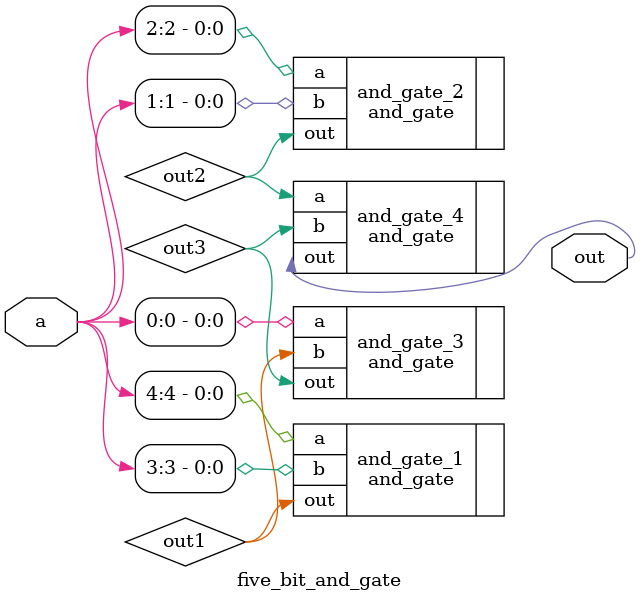
<source format=v>
module five_bit_and_gate (
    input [4:0] a,
    output wire out
);  
    wire out1, out2, out3;
    
    and_gate and_gate_1(.a(a[4]), .b(a[3]), .out(out1));
    and_gate and_gate_2(.a(a[2]), .b(a[1]), .out(out2));
    and_gate and_gate_3(.a(a[0]), .b(out1), .out(out3));
    and_gate and_gate_4(.a(out2), .b(out3), .out(out));
    
endmodule
</source>
